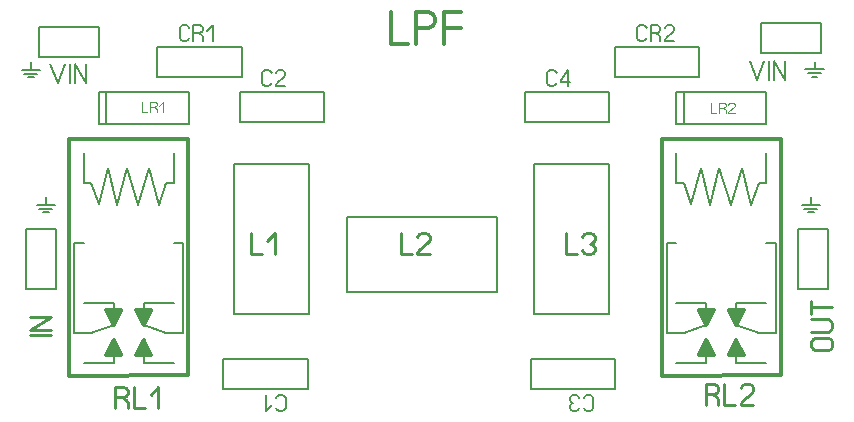
<source format=gbr>
%FSLAX34Y34*%
%MOMM*%
%LNSILK_TOP*%
G71*
G01*
%ADD10C,0.300*%
%ADD11C,0.200*%
%ADD12C,0.150*%
%ADD13C,0.167*%
%ADD14C,0.222*%
%ADD15C,0.333*%
%ADD16C,0.111*%
%LPD*%
G54D10*
X48250Y93699D02*
X148850Y93799D01*
X148750Y293699D01*
X48250Y293699D01*
X48250Y93699D01*
G54D11*
X60350Y282299D02*
X60350Y256899D01*
X66650Y256899D01*
X66550Y256899D01*
X72950Y239399D01*
X73050Y239399D01*
X80950Y269599D01*
X88950Y237799D01*
X96850Y269599D01*
X106450Y237799D01*
X115850Y269599D01*
X123850Y237799D01*
X130250Y256899D01*
X136550Y256899D01*
X136550Y282299D01*
G54D11*
X60350Y104499D02*
X85650Y104499D01*
X85650Y123499D01*
G54D11*
X60350Y155299D02*
X85650Y155299D01*
X85650Y136299D01*
G54D11*
X136550Y104499D02*
X111150Y104499D01*
X111150Y123499D01*
G54D11*
X136550Y155299D02*
X111150Y155299D01*
X111150Y136299D01*
G36*
X85750Y123499D02*
X85750Y123599D01*
X79350Y110899D01*
X92050Y110899D01*
X85650Y123499D01*
X85750Y123499D01*
G37*
G54D10*
X85750Y123499D02*
X85750Y123599D01*
X79350Y110899D01*
X92050Y110899D01*
X85650Y123499D01*
X85750Y123499D01*
G36*
X111150Y123399D02*
X111150Y123499D01*
X104750Y110799D01*
X117450Y110799D01*
X111050Y123399D01*
X111150Y123399D01*
G37*
G54D10*
X111150Y123399D02*
X111150Y123499D01*
X104750Y110799D01*
X117450Y110799D01*
X111050Y123399D01*
X111150Y123399D01*
G36*
X85850Y136499D02*
X85850Y136399D01*
X92250Y149099D01*
X79550Y149099D01*
X85950Y136499D01*
X85850Y136499D01*
G37*
G54D10*
X85850Y136499D02*
X85850Y136399D01*
X92250Y149099D01*
X79550Y149099D01*
X85950Y136499D01*
X85850Y136499D01*
G36*
X111150Y136399D02*
X111150Y136299D01*
X117550Y148999D01*
X104850Y148999D01*
X111250Y136399D01*
X111150Y136399D01*
G37*
G54D10*
X111150Y136399D02*
X111150Y136299D01*
X117550Y148999D01*
X104850Y148999D01*
X111250Y136399D01*
X111150Y136399D01*
G54D11*
X85750Y136299D02*
X85750Y136199D01*
X66750Y129799D01*
X66750Y129899D01*
X52450Y129899D01*
X52450Y193399D01*
X52450Y206099D01*
X60350Y206099D01*
G54D11*
X111150Y136299D02*
X111150Y136299D01*
X130150Y129899D01*
X144450Y129899D01*
X144450Y206099D01*
X136550Y206099D01*
G54D10*
X549900Y93699D02*
X650500Y93799D01*
X650400Y293699D01*
X549900Y293699D01*
X549900Y93699D01*
G54D11*
X562000Y282299D02*
X562000Y256899D01*
X568300Y256899D01*
X568200Y256899D01*
X574600Y239399D01*
X574700Y239399D01*
X582600Y269599D01*
X590600Y237799D01*
X598500Y269599D01*
X608100Y237799D01*
X617500Y269599D01*
X625500Y237799D01*
X631900Y256899D01*
X638200Y256899D01*
X638200Y282299D01*
G54D11*
X562000Y104499D02*
X587300Y104499D01*
X587300Y123499D01*
G54D11*
X562000Y155299D02*
X587300Y155299D01*
X587300Y136299D01*
G54D11*
X638200Y104499D02*
X612800Y104499D01*
X612800Y123499D01*
G54D11*
X638200Y155299D02*
X612800Y155299D01*
X612800Y136299D01*
G36*
X587400Y123499D02*
X587400Y123599D01*
X581000Y110899D01*
X593700Y110899D01*
X587300Y123499D01*
X587400Y123499D01*
G37*
G54D10*
X587400Y123499D02*
X587400Y123599D01*
X581000Y110899D01*
X593700Y110899D01*
X587300Y123499D01*
X587400Y123499D01*
G36*
X612800Y123399D02*
X612800Y123499D01*
X606400Y110799D01*
X619100Y110799D01*
X612700Y123399D01*
X612800Y123399D01*
G37*
G54D10*
X612800Y123399D02*
X612800Y123499D01*
X606400Y110799D01*
X619100Y110799D01*
X612700Y123399D01*
X612800Y123399D01*
G36*
X587500Y136499D02*
X587500Y136399D01*
X593900Y149099D01*
X581200Y149099D01*
X587600Y136499D01*
X587500Y136499D01*
G37*
G54D10*
X587500Y136499D02*
X587500Y136399D01*
X593900Y149099D01*
X581200Y149099D01*
X587600Y136499D01*
X587500Y136499D01*
G36*
X612800Y136399D02*
X612800Y136299D01*
X619200Y148999D01*
X606500Y148999D01*
X612900Y136399D01*
X612800Y136399D01*
G37*
G54D10*
X612800Y136399D02*
X612800Y136299D01*
X619200Y148999D01*
X606500Y148999D01*
X612900Y136399D01*
X612800Y136399D01*
G54D11*
X587400Y136299D02*
X587400Y136199D01*
X568400Y129799D01*
X568400Y129899D01*
X554100Y129899D01*
X554100Y193399D01*
X554100Y206099D01*
X562000Y206099D01*
G54D11*
X612800Y136299D02*
X612800Y136299D01*
X631800Y129899D01*
X646100Y129899D01*
X646100Y206099D01*
X638200Y206099D01*
G54D12*
X194225Y346492D02*
X194225Y371892D01*
X122625Y371892D01*
X122625Y346492D01*
X194225Y346492D01*
G54D13*
X149569Y379784D02*
X148569Y378117D01*
X146569Y377284D01*
X144569Y377284D01*
X142569Y378117D01*
X141569Y379784D01*
X141569Y388117D01*
X142569Y389784D01*
X144569Y390617D01*
X146569Y390617D01*
X148569Y389784D01*
X149569Y388117D01*
G54D13*
X157236Y383950D02*
X160236Y382284D01*
X161236Y380617D01*
X161236Y377284D01*
G54D13*
X153236Y377284D02*
X153236Y390617D01*
X158236Y390617D01*
X160236Y389784D01*
X161236Y388117D01*
X161236Y386450D01*
X160236Y384784D01*
X158236Y383950D01*
X153236Y383950D01*
G54D13*
X164903Y385617D02*
X169903Y390617D01*
X169903Y377284D01*
G54D12*
X638200Y334100D02*
X638200Y306700D01*
X562000Y306700D01*
X562000Y334100D01*
X638200Y334100D01*
G54D12*
X568300Y306700D02*
X568300Y334100D01*
G54D12*
X581575Y346492D02*
X581575Y371892D01*
X509975Y371892D01*
X509975Y346492D01*
X581575Y346492D01*
G54D13*
X536919Y379783D02*
X535919Y378117D01*
X533919Y377283D01*
X531919Y377283D01*
X529919Y378117D01*
X528919Y379783D01*
X528919Y388117D01*
X529919Y389783D01*
X531919Y390617D01*
X533919Y390617D01*
X535919Y389783D01*
X536919Y388117D01*
G54D13*
X544586Y383950D02*
X547586Y382283D01*
X548586Y380617D01*
X548586Y377283D01*
G54D13*
X540586Y377283D02*
X540586Y390617D01*
X545586Y390617D01*
X547586Y389783D01*
X548586Y388117D01*
X548586Y386450D01*
X547586Y384783D01*
X545586Y383950D01*
X540586Y383950D01*
G54D13*
X560253Y377283D02*
X552253Y377283D01*
X552253Y378117D01*
X553253Y379783D01*
X559253Y384783D01*
X560253Y386450D01*
X560253Y388117D01*
X559253Y389783D01*
X557253Y390617D01*
X555253Y390617D01*
X553253Y389783D01*
X552253Y388117D01*
G54D12*
X264075Y308392D02*
X264075Y333792D01*
X192475Y333792D01*
X192475Y308392D01*
X264075Y308392D01*
G54D13*
X219419Y341683D02*
X218419Y340017D01*
X216419Y339183D01*
X214419Y339183D01*
X212419Y340017D01*
X211419Y341683D01*
X211419Y350017D01*
X212419Y351683D01*
X214419Y352517D01*
X216419Y352517D01*
X218419Y351683D01*
X219419Y350017D01*
G54D13*
X231086Y339183D02*
X223086Y339183D01*
X223086Y340017D01*
X224086Y341683D01*
X230086Y346683D01*
X231086Y348350D01*
X231086Y350017D01*
X230086Y351683D01*
X228086Y352517D01*
X226086Y352517D01*
X224086Y351683D01*
X223086Y350017D01*
G54D12*
X178625Y107890D02*
X178624Y82490D01*
X250225Y82490D01*
X250224Y107890D01*
X178625Y107890D01*
G54D13*
X223280Y74599D02*
X224280Y76265D01*
X226280Y77099D01*
X228280Y77099D01*
X230280Y76265D01*
X231280Y74599D01*
X231280Y66265D01*
X230280Y64599D01*
X228280Y63765D01*
X226280Y63765D01*
X224280Y64599D01*
X223280Y66265D01*
G54D13*
X219613Y68765D02*
X214613Y63765D01*
X214613Y77099D01*
G54D12*
X187350Y145650D02*
X250850Y145650D01*
X250850Y272650D01*
X187350Y272650D01*
X187350Y145650D01*
G54D12*
X149250Y334100D02*
X149250Y306700D01*
X73050Y306700D01*
X73050Y334100D01*
X149250Y334100D01*
G54D12*
X79350Y306700D02*
X79350Y334100D01*
G54D12*
X283450Y228114D02*
X283450Y164614D01*
X410450Y164614D01*
X410450Y228114D01*
X283450Y228114D01*
G54D12*
X438975Y107890D02*
X438974Y82490D01*
X510575Y82490D01*
X510574Y107890D01*
X438975Y107890D01*
G54D13*
X483630Y74599D02*
X484630Y76265D01*
X486630Y77099D01*
X488630Y77099D01*
X490630Y76265D01*
X491630Y74599D01*
X491630Y66265D01*
X490630Y64599D01*
X488630Y63765D01*
X486630Y63765D01*
X484630Y64599D01*
X483630Y66265D01*
G54D13*
X479963Y66265D02*
X478963Y64599D01*
X476963Y63765D01*
X474963Y63765D01*
X472963Y64599D01*
X471963Y66265D01*
X471963Y67932D01*
X472963Y69599D01*
X474963Y70432D01*
X472963Y71265D01*
X471963Y72932D01*
X471963Y74599D01*
X472963Y76265D01*
X474963Y77099D01*
X476963Y77099D01*
X478963Y76265D01*
X479963Y74599D01*
G54D12*
X441350Y145650D02*
X504850Y145650D01*
X504850Y272650D01*
X441350Y272650D01*
X441350Y145650D01*
G54D12*
X505375Y308392D02*
X505375Y333792D01*
X433775Y333792D01*
X433775Y308392D01*
X505375Y308392D01*
G54D13*
X460719Y341683D02*
X459719Y340017D01*
X457719Y339183D01*
X455719Y339183D01*
X453719Y340017D01*
X452719Y341683D01*
X452719Y350017D01*
X453719Y351683D01*
X455719Y352517D01*
X457719Y352517D01*
X459719Y351683D01*
X460719Y350017D01*
G54D13*
X470386Y339183D02*
X470386Y352517D01*
X464386Y344183D01*
X464386Y342517D01*
X472386Y342517D01*
G54D11*
X32187Y357501D02*
X38187Y341501D01*
X44187Y357501D01*
G54D11*
X48587Y341501D02*
X48587Y357501D01*
G54D11*
X52987Y341501D02*
X52987Y357501D01*
X62587Y341501D01*
X62587Y357501D01*
G54D12*
X22391Y363674D02*
X22391Y389074D01*
X73191Y389074D01*
X73191Y363674D01*
X22391Y363674D01*
G54D11*
X15654Y358835D02*
X15654Y352485D01*
G54D11*
X23591Y352485D02*
X7716Y352485D01*
G54D11*
X10097Y349310D02*
X21210Y349310D01*
G54D11*
X18035Y346135D02*
X13273Y346135D01*
G54D12*
X11204Y218087D02*
X36604Y218087D01*
X36604Y167287D01*
X11204Y167287D01*
X11204Y218087D01*
G54D12*
X665254Y218087D02*
X690654Y218087D01*
X690654Y167287D01*
X665254Y167287D01*
X665254Y218087D01*
G54D11*
X28354Y244536D02*
X28354Y238185D01*
G54D11*
X36291Y238185D02*
X20416Y238186D01*
G54D11*
X22797Y235010D02*
X33910Y235010D01*
G54D11*
X30735Y231835D02*
X25973Y231835D01*
G54D11*
X676054Y244536D02*
X676054Y238185D01*
G54D11*
X683991Y238185D02*
X668116Y238186D01*
G54D11*
X670497Y235010D02*
X681610Y235010D01*
G54D11*
X678435Y231835D02*
X673673Y231835D01*
G54D14*
X32567Y127711D02*
X14789Y127711D01*
G54D14*
X32567Y132600D02*
X14789Y132600D01*
X32567Y143267D01*
X14789Y143267D01*
G54D14*
X679790Y125760D02*
X690901Y125760D01*
X693124Y124426D01*
X694235Y121760D01*
X694235Y119093D01*
X693124Y116426D01*
X690901Y115093D01*
X679790Y115093D01*
X677568Y116426D01*
X676457Y119093D01*
X676457Y121760D01*
X677568Y124426D01*
X679790Y125760D01*
G54D14*
X676457Y130649D02*
X690901Y130649D01*
X693124Y131982D01*
X694235Y134649D01*
X694234Y137316D01*
X693124Y139982D01*
X690901Y141316D01*
X676457Y141316D01*
G54D14*
X694235Y151538D02*
X676457Y151538D01*
G54D14*
X676457Y146205D02*
X676457Y156872D01*
G54D11*
X624088Y360284D02*
X630088Y344284D01*
X636088Y360284D01*
G54D11*
X640488Y344284D02*
X640488Y360284D01*
G54D11*
X644888Y344284D02*
X644888Y360284D01*
X654488Y344284D01*
X654488Y360284D01*
G54D12*
X684938Y392034D02*
X684937Y366634D01*
X634138Y366634D01*
X634138Y392034D01*
X684938Y392034D01*
G54D11*
X679111Y359237D02*
X679112Y352886D01*
G54D11*
X687049Y352886D02*
X671174Y352887D01*
G54D11*
X673555Y349712D02*
X684668Y349712D01*
G54D11*
X681493Y346537D02*
X676730Y346537D01*
G54D15*
X320734Y401320D02*
X320734Y374653D01*
X334734Y374653D01*
G54D15*
X342067Y374653D02*
X342067Y401320D01*
X352067Y401320D01*
X356067Y399654D01*
X358067Y396320D01*
X358067Y392987D01*
X356067Y389654D01*
X352067Y387987D01*
X342067Y387987D01*
G54D15*
X365400Y374653D02*
X365400Y401320D01*
X379400Y401320D01*
G54D15*
X365400Y387987D02*
X379400Y387987D01*
G54D16*
X109634Y325534D02*
X109634Y316645D01*
X114300Y316645D01*
G54D16*
X119411Y321089D02*
X121411Y319978D01*
X122078Y318867D01*
X122078Y316645D01*
G54D16*
X116745Y316645D02*
X116745Y325534D01*
X120078Y325534D01*
X121411Y324978D01*
X122078Y323867D01*
X122078Y322756D01*
X121411Y321645D01*
X120078Y321089D01*
X116745Y321089D01*
G54D16*
X124522Y322200D02*
X127855Y325534D01*
X127855Y316645D01*
G54D16*
X591360Y324839D02*
X591360Y315950D01*
X596027Y315950D01*
G54D16*
X601138Y320394D02*
X603138Y319283D01*
X603804Y318172D01*
X603804Y315950D01*
G54D16*
X598471Y315950D02*
X598471Y324839D01*
X601804Y324839D01*
X603138Y324283D01*
X603804Y323172D01*
X603804Y322061D01*
X603138Y320950D01*
X601804Y320394D01*
X598471Y320394D01*
G54D16*
X611581Y315950D02*
X606248Y315950D01*
X606248Y316505D01*
X606915Y317616D01*
X610915Y320950D01*
X611581Y322061D01*
X611581Y323172D01*
X610915Y324283D01*
X609581Y324839D01*
X608248Y324839D01*
X606915Y324283D01*
X606248Y323172D01*
G54D14*
X201631Y214350D02*
X201631Y196573D01*
X210964Y196573D01*
G54D14*
X215853Y207684D02*
X222520Y214350D01*
X222520Y196573D01*
G54D14*
X328631Y214350D02*
X328631Y196573D01*
X337964Y196573D01*
G54D14*
X353520Y196573D02*
X342853Y196573D01*
X342853Y197684D01*
X344186Y199906D01*
X352186Y206573D01*
X353520Y208795D01*
X353520Y211017D01*
X352186Y213239D01*
X349520Y214350D01*
X346853Y214350D01*
X344186Y213239D01*
X342853Y211017D01*
G54D14*
X468331Y214350D02*
X468331Y196573D01*
X477664Y196573D01*
G54D14*
X482553Y211017D02*
X483886Y213239D01*
X486553Y214350D01*
X489220Y214350D01*
X491886Y213239D01*
X493220Y211017D01*
X493220Y208795D01*
X491886Y206573D01*
X489220Y205462D01*
X491886Y204350D01*
X493220Y202128D01*
X493220Y199906D01*
X491886Y197684D01*
X489220Y196573D01*
X486553Y196573D01*
X483886Y197684D01*
X482553Y199906D01*
G54D14*
X92522Y75372D02*
X96522Y73150D01*
X97855Y70928D01*
X97855Y66483D01*
G54D14*
X87188Y66483D02*
X87188Y84261D01*
X93855Y84261D01*
X96522Y83150D01*
X97855Y80928D01*
X97855Y78705D01*
X96522Y76483D01*
X93855Y75372D01*
X87188Y75372D01*
G54D14*
X102744Y84261D02*
X102744Y66483D01*
X112078Y66483D01*
G54D14*
X116966Y77594D02*
X123633Y84261D01*
X123633Y66483D01*
G54D14*
X592223Y77848D02*
X596223Y75626D01*
X597557Y73404D01*
X597557Y68959D01*
G54D14*
X586890Y68959D02*
X586890Y86737D01*
X593557Y86737D01*
X596223Y85626D01*
X597557Y83404D01*
X597557Y81182D01*
X596223Y78959D01*
X593557Y77848D01*
X586890Y77848D01*
G54D14*
X602446Y86737D02*
X602446Y68959D01*
X611779Y68959D01*
G54D14*
X627335Y68959D02*
X616668Y68959D01*
X616668Y70070D01*
X618001Y72293D01*
X626001Y78959D01*
X627335Y81182D01*
X627335Y83404D01*
X626001Y85626D01*
X623334Y86737D01*
X620668Y86737D01*
X618001Y85626D01*
X616668Y83404D01*
M02*

</source>
